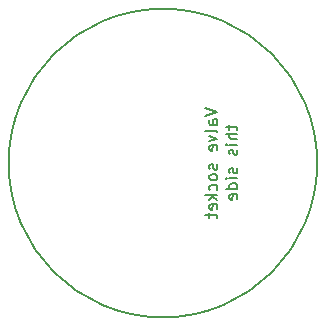
<source format=gbr>
G04 #@! TF.FileFunction,Legend,Bot*
%FSLAX46Y46*%
G04 Gerber Fmt 4.6, Leading zero omitted, Abs format (unit mm)*
G04 Created by KiCad (PCBNEW 4.0.7) date Friday, 04 May 2018 'PMt' 12:52:55*
%MOMM*%
%LPD*%
G01*
G04 APERTURE LIST*
%ADD10C,0.100000*%
%ADD11C,0.200000*%
%ADD12C,0.150000*%
G04 APERTURE END LIST*
D10*
D11*
X206102381Y-85357142D02*
X207102381Y-85690475D01*
X206102381Y-86023809D01*
X207102381Y-86785714D02*
X206578571Y-86785714D01*
X206483333Y-86738095D01*
X206435714Y-86642857D01*
X206435714Y-86452380D01*
X206483333Y-86357142D01*
X207054762Y-86785714D02*
X207102381Y-86690476D01*
X207102381Y-86452380D01*
X207054762Y-86357142D01*
X206959524Y-86309523D01*
X206864286Y-86309523D01*
X206769048Y-86357142D01*
X206721429Y-86452380D01*
X206721429Y-86690476D01*
X206673810Y-86785714D01*
X207102381Y-87404761D02*
X207054762Y-87309523D01*
X206959524Y-87261904D01*
X206102381Y-87261904D01*
X206435714Y-87690476D02*
X207102381Y-87928571D01*
X206435714Y-88166667D01*
X207054762Y-88928572D02*
X207102381Y-88833334D01*
X207102381Y-88642857D01*
X207054762Y-88547619D01*
X206959524Y-88500000D01*
X206578571Y-88500000D01*
X206483333Y-88547619D01*
X206435714Y-88642857D01*
X206435714Y-88833334D01*
X206483333Y-88928572D01*
X206578571Y-88976191D01*
X206673810Y-88976191D01*
X206769048Y-88500000D01*
X207054762Y-90119048D02*
X207102381Y-90214286D01*
X207102381Y-90404762D01*
X207054762Y-90500001D01*
X206959524Y-90547620D01*
X206911905Y-90547620D01*
X206816667Y-90500001D01*
X206769048Y-90404762D01*
X206769048Y-90261905D01*
X206721429Y-90166667D01*
X206626190Y-90119048D01*
X206578571Y-90119048D01*
X206483333Y-90166667D01*
X206435714Y-90261905D01*
X206435714Y-90404762D01*
X206483333Y-90500001D01*
X207102381Y-91119048D02*
X207054762Y-91023810D01*
X207007143Y-90976191D01*
X206911905Y-90928572D01*
X206626190Y-90928572D01*
X206530952Y-90976191D01*
X206483333Y-91023810D01*
X206435714Y-91119048D01*
X206435714Y-91261906D01*
X206483333Y-91357144D01*
X206530952Y-91404763D01*
X206626190Y-91452382D01*
X206911905Y-91452382D01*
X207007143Y-91404763D01*
X207054762Y-91357144D01*
X207102381Y-91261906D01*
X207102381Y-91119048D01*
X207054762Y-92309525D02*
X207102381Y-92214287D01*
X207102381Y-92023810D01*
X207054762Y-91928572D01*
X207007143Y-91880953D01*
X206911905Y-91833334D01*
X206626190Y-91833334D01*
X206530952Y-91880953D01*
X206483333Y-91928572D01*
X206435714Y-92023810D01*
X206435714Y-92214287D01*
X206483333Y-92309525D01*
X207102381Y-92738096D02*
X206102381Y-92738096D01*
X206721429Y-92833334D02*
X207102381Y-93119049D01*
X206435714Y-93119049D02*
X206816667Y-92738096D01*
X207054762Y-93928573D02*
X207102381Y-93833335D01*
X207102381Y-93642858D01*
X207054762Y-93547620D01*
X206959524Y-93500001D01*
X206578571Y-93500001D01*
X206483333Y-93547620D01*
X206435714Y-93642858D01*
X206435714Y-93833335D01*
X206483333Y-93928573D01*
X206578571Y-93976192D01*
X206673810Y-93976192D01*
X206769048Y-93500001D01*
X206435714Y-94261906D02*
X206435714Y-94642858D01*
X206102381Y-94404763D02*
X206959524Y-94404763D01*
X207054762Y-94452382D01*
X207102381Y-94547620D01*
X207102381Y-94642858D01*
X208135714Y-86809524D02*
X208135714Y-87190476D01*
X207802381Y-86952381D02*
X208659524Y-86952381D01*
X208754762Y-87000000D01*
X208802381Y-87095238D01*
X208802381Y-87190476D01*
X208802381Y-87523810D02*
X207802381Y-87523810D01*
X208802381Y-87952382D02*
X208278571Y-87952382D01*
X208183333Y-87904763D01*
X208135714Y-87809525D01*
X208135714Y-87666667D01*
X208183333Y-87571429D01*
X208230952Y-87523810D01*
X208802381Y-88428572D02*
X208135714Y-88428572D01*
X207802381Y-88428572D02*
X207850000Y-88380953D01*
X207897619Y-88428572D01*
X207850000Y-88476191D01*
X207802381Y-88428572D01*
X207897619Y-88428572D01*
X208754762Y-88857143D02*
X208802381Y-88952381D01*
X208802381Y-89142857D01*
X208754762Y-89238096D01*
X208659524Y-89285715D01*
X208611905Y-89285715D01*
X208516667Y-89238096D01*
X208469048Y-89142857D01*
X208469048Y-89000000D01*
X208421429Y-88904762D01*
X208326190Y-88857143D01*
X208278571Y-88857143D01*
X208183333Y-88904762D01*
X208135714Y-89000000D01*
X208135714Y-89142857D01*
X208183333Y-89238096D01*
X208754762Y-90428572D02*
X208802381Y-90523810D01*
X208802381Y-90714286D01*
X208754762Y-90809525D01*
X208659524Y-90857144D01*
X208611905Y-90857144D01*
X208516667Y-90809525D01*
X208469048Y-90714286D01*
X208469048Y-90571429D01*
X208421429Y-90476191D01*
X208326190Y-90428572D01*
X208278571Y-90428572D01*
X208183333Y-90476191D01*
X208135714Y-90571429D01*
X208135714Y-90714286D01*
X208183333Y-90809525D01*
X208802381Y-91285715D02*
X208135714Y-91285715D01*
X207802381Y-91285715D02*
X207850000Y-91238096D01*
X207897619Y-91285715D01*
X207850000Y-91333334D01*
X207802381Y-91285715D01*
X207897619Y-91285715D01*
X208802381Y-92190477D02*
X207802381Y-92190477D01*
X208754762Y-92190477D02*
X208802381Y-92095239D01*
X208802381Y-91904762D01*
X208754762Y-91809524D01*
X208707143Y-91761905D01*
X208611905Y-91714286D01*
X208326190Y-91714286D01*
X208230952Y-91761905D01*
X208183333Y-91809524D01*
X208135714Y-91904762D01*
X208135714Y-92095239D01*
X208183333Y-92190477D01*
X208754762Y-93047620D02*
X208802381Y-92952382D01*
X208802381Y-92761905D01*
X208754762Y-92666667D01*
X208659524Y-92619048D01*
X208278571Y-92619048D01*
X208183333Y-92666667D01*
X208135714Y-92761905D01*
X208135714Y-92952382D01*
X208183333Y-93047620D01*
X208278571Y-93095239D01*
X208373810Y-93095239D01*
X208469048Y-92619048D01*
D12*
X215561887Y-90000000D02*
G75*
G03X215561887Y-90000000I-13061887J0D01*
G01*
M02*

</source>
